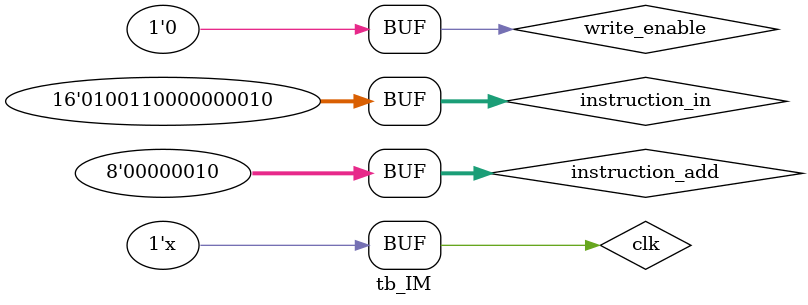
<source format=v>
`timescale 1ns / 1ps
module tb_IM(
	
    );

	reg [15:0] instruction_in;
	reg clk;
	reg [7:0] instruction_add;
	reg write_enable;
	wire[15:0] instruction_out;
	wire[15:0] instruction_deb;
	
	Instr_Memory IM(instruction_in, clk, instruction_add, write_enable, instruction_out, instruction_deb);
	
	initial 
	begin
		clk = 0;
		instruction_in = 16'h0;
		instruction_add = 0;
		write_enable=0;
		#20;
		write_enable=1;
		#20;
		instruction_in = 16'h4810;
		instruction_add = 0;
		#20;
		instruction_in = 16'h4A0A;
		instruction_add = 1;
		#20;
		instruction_in = 16'h4C02;
		instruction_add = 2;
		
		#20;
		write_enable=0;
		#20;
		instruction_add=0;
		#20;
		instruction_add=1;
		#20;
		instruction_add=2;
	end
	
	always
	begin
		#10;
		clk = !clk;
	end

endmodule

</source>
